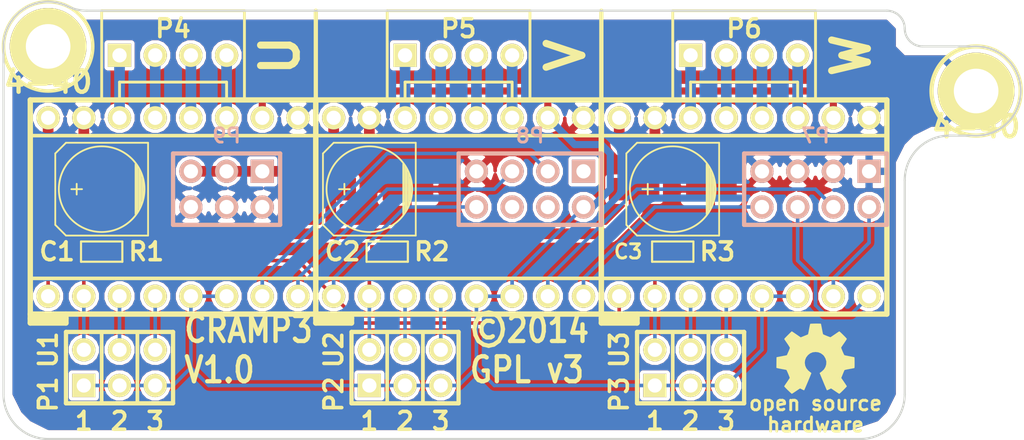
<source format=kicad_pcb>
(kicad_pcb (version 3) (host pcbnew "(2013-07-07 BZR 4022)-stable")
  (layers (15 F.Cu signal) (0 B.Cu signal) (18 B.Paste user) (19 F.Paste user) (20 B.SilkS user) (21 F.SilkS user) (22 B.Mask user) (23 F.Mask user) (28 Edge.Cuts user))
  (net 0 "")
  (net 1 +3.3V)
  (net 2 +V_MOTOR)
  (net 3 /U1A)
  (net 4 /U1B)
  (net 5 /U2A)
  (net 6 /U2B)
  (net 7 /V1A)
  (net 8 /V1B)
  (net 9 /V2A)
  (net 10 /V2B)
  (net 11 /W1A)
  (net 12 /W1B)
  (net 13 /W2A)
  (net 14 /W2B)
  (net 15 DIR_U)
  (net 16 DIR_V)
  (net 17 DIR_W)
  (net 18 ENAn)
  (net 19 GND)
  (net 20 N-0000024)
  (net 21 N-0000025)
  (net 22 N-0000027)
  (net 23 N-0000028)
  (net 24 N-0000030)
  (net 25 N-0000031)
  (net 26 N-0000034)
  (net 27 N-0000035)
  (net 28 N-0000040)
  (net 29 STEP_U)
  (net 30 STEP_V)
  (net 31 STEP_W)
  (module RESC1608x55N (layer F.Cu) (at 121.92 74.295)
    (fp_text reference R3 (at 3.175 0) (layer F.SilkS) (effects (font (size 1.27 1.27) (thickness 0.254))))
    (fp_text value 100k hide)
    (pad 1 smd rect (at -0.82 0) (size 0.79 0.93) (layers F.Cu F.Paste F.Mask) (net 28 N-0000040))
    (pad 2 smd rect (at 0.82 0) (size 0.79 0.93) (layers F.Cu F.Paste F.Mask) (net 19 GND))
  )
  (module RESC1608x55N (layer F.Cu) (at 101.6 74.295)
    (fp_text reference R2 (at 3.175 0) (layer F.SilkS) (effects (font (size 1.27 1.27) (thickness 0.254))))
    (fp_text value 100k hide)
    (pad 1 smd rect (at -0.82 0) (size 0.79 0.93) (layers F.Cu F.Paste F.Mask) (net 26 N-0000034))
    (pad 2 smd rect (at 0.82 0) (size 0.79 0.93) (layers F.Cu F.Paste F.Mask) (net 19 GND))
  )
  (module RESC1608x55N (layer F.Cu) (at 81.28 74.295)
    (fp_text reference R1 (at 3.175 0) (layer F.SilkS) (effects (font (size 1.27 1.27) (thickness 0.254))))
    (fp_text value 100k hide)
    (pad 1 smd rect (at -0.82 0) (size 0.79 0.93) (layers F.Cu F.Paste F.Mask) (net 27 N-0000035))
    (pad 2 smd rect (at 0.82 0) (size 0.79 0.93) (layers F.Cu F.Paste F.Mask) (net 19 GND))
  )
  (module Pololu_Socket (layer F.Cu) (at 77.47 64.77)
    (fp_text reference P11 hide)
    (fp_text value POLOLU_SOCKET hide)
  )
  (module Pololu_Socket (layer F.Cu) (at 77.47 77.47)
    (fp_text reference P10 hide)
    (fp_text value POLOLU_SOCKET hide)
  )
  (module POLOLU (layer F.Cu) (at 127 77.47)
    (fp_text reference U3 (at -8.89 3.81 90) (layer F.SilkS) (effects (font (size 1.27 1.27) (thickness 0.254))))
    (fp_text value Pololu hide)
    (pad 1 thru_hole circle (at -8.89 0) (size 1.651 1.651) (drill 1.016) (layers *.Cu *.Mask F.SilkS) (net 18 ENAn))
    (pad 2 thru_hole circle (at -6.35 0) (size 1.651 1.651) (drill 1.016) (layers *.Cu *.Mask F.SilkS) (net 28 N-0000040))
    (pad 3 thru_hole circle (at -3.81 0) (size 1.651 1.651) (drill 1.016) (layers *.Cu *.Mask F.SilkS) (net 23 N-0000028))
    (pad 4 thru_hole circle (at -1.27 0) (size 1.651 1.651) (drill 1.016) (layers *.Cu *.Mask F.SilkS) (net 22 N-0000027))
    (pad 5 thru_hole circle (at 1.27 0) (size 1.651 1.651) (drill 1.016) (layers *.Cu *.Mask F.SilkS) (net 1 +3.3V))
    (pad 6 thru_hole circle (at 3.81 0) (size 1.651 1.651) (drill 1.016) (layers *.Cu *.Mask F.SilkS) (net 1 +3.3V))
    (pad 7 thru_hole circle (at 6.35 0) (size 1.651 1.651) (drill 1.016) (layers *.Cu *.Mask F.SilkS) (net 31 STEP_W))
    (pad 8 thru_hole circle (at 8.89 0) (size 1.651 1.651) (drill 1.016) (layers *.Cu *.Mask F.SilkS) (net 17 DIR_W))
    (pad 9 thru_hole circle (at 8.89 -12.7) (size 1.651 1.651) (drill 1.016) (layers *.Cu *.Mask F.SilkS) (net 19 GND))
    (pad 10 thru_hole circle (at 6.35 -12.7) (size 1.651 1.651) (drill 1.016) (layers *.Cu *.Mask F.SilkS) (net 1 +3.3V))
    (pad 11 thru_hole circle (at 3.81 -12.7) (size 1.651 1.651) (drill 1.016) (layers *.Cu *.Mask F.SilkS) (net 12 /W1B))
    (pad 12 thru_hole circle (at 1.27 -12.7) (size 1.651 1.651) (drill 1.016) (layers *.Cu *.Mask F.SilkS) (net 11 /W1A))
    (pad 13 thru_hole circle (at -1.27 -12.7) (size 1.651 1.651) (drill 1.016) (layers *.Cu *.Mask F.SilkS) (net 13 /W2A))
    (pad 14 thru_hole circle (at -3.81 -12.7) (size 1.651 1.651) (drill 1.016) (layers *.Cu *.Mask F.SilkS) (net 14 /W2B))
    (pad 15 thru_hole circle (at -6.35 -12.7) (size 1.651 1.651) (drill 1.016) (layers *.Cu *.Mask F.SilkS) (net 19 GND))
    (pad 16 thru_hole circle (at -8.89 -12.7) (size 1.651 1.651) (drill 1.016) (layers *.Cu *.Mask F.SilkS) (net 2 +V_MOTOR))
  )
  (module POLOLU (layer F.Cu) (at 106.68 77.47)
    (fp_text reference U2 (at -8.89 3.81 90) (layer F.SilkS) (effects (font (size 1.27 1.27) (thickness 0.254))))
    (fp_text value Pololu hide)
    (pad 1 thru_hole circle (at -8.89 0) (size 1.651 1.651) (drill 1.016) (layers *.Cu *.Mask F.SilkS) (net 18 ENAn))
    (pad 2 thru_hole circle (at -6.35 0) (size 1.651 1.651) (drill 1.016) (layers *.Cu *.Mask F.SilkS) (net 26 N-0000034))
    (pad 3 thru_hole circle (at -3.81 0) (size 1.651 1.651) (drill 1.016) (layers *.Cu *.Mask F.SilkS) (net 25 N-0000031))
    (pad 4 thru_hole circle (at -1.27 0) (size 1.651 1.651) (drill 1.016) (layers *.Cu *.Mask F.SilkS) (net 24 N-0000030))
    (pad 5 thru_hole circle (at 1.27 0) (size 1.651 1.651) (drill 1.016) (layers *.Cu *.Mask F.SilkS) (net 1 +3.3V))
    (pad 6 thru_hole circle (at 3.81 0) (size 1.651 1.651) (drill 1.016) (layers *.Cu *.Mask F.SilkS) (net 1 +3.3V))
    (pad 7 thru_hole circle (at 6.35 0) (size 1.651 1.651) (drill 1.016) (layers *.Cu *.Mask F.SilkS) (net 30 STEP_V))
    (pad 8 thru_hole circle (at 8.89 0) (size 1.651 1.651) (drill 1.016) (layers *.Cu *.Mask F.SilkS) (net 16 DIR_V))
    (pad 9 thru_hole circle (at 8.89 -12.7) (size 1.651 1.651) (drill 1.016) (layers *.Cu *.Mask F.SilkS) (net 19 GND))
    (pad 10 thru_hole circle (at 6.35 -12.7) (size 1.651 1.651) (drill 1.016) (layers *.Cu *.Mask F.SilkS) (net 1 +3.3V))
    (pad 11 thru_hole circle (at 3.81 -12.7) (size 1.651 1.651) (drill 1.016) (layers *.Cu *.Mask F.SilkS) (net 8 /V1B))
    (pad 12 thru_hole circle (at 1.27 -12.7) (size 1.651 1.651) (drill 1.016) (layers *.Cu *.Mask F.SilkS) (net 7 /V1A))
    (pad 13 thru_hole circle (at -1.27 -12.7) (size 1.651 1.651) (drill 1.016) (layers *.Cu *.Mask F.SilkS) (net 9 /V2A))
    (pad 14 thru_hole circle (at -3.81 -12.7) (size 1.651 1.651) (drill 1.016) (layers *.Cu *.Mask F.SilkS) (net 10 /V2B))
    (pad 15 thru_hole circle (at -6.35 -12.7) (size 1.651 1.651) (drill 1.016) (layers *.Cu *.Mask F.SilkS) (net 19 GND))
    (pad 16 thru_hole circle (at -8.89 -12.7) (size 1.651 1.651) (drill 1.016) (layers *.Cu *.Mask F.SilkS) (net 2 +V_MOTOR))
  )
  (module POLOLU (layer F.Cu) (at 86.36 77.47)
    (fp_text reference U1 (at -8.89 3.81 90) (layer F.SilkS) (effects (font (size 1.27 1.27) (thickness 0.254))))
    (fp_text value Pololu hide)
    (pad 1 thru_hole circle (at -8.89 0) (size 1.651 1.651) (drill 1.016) (layers *.Cu *.Mask F.SilkS) (net 18 ENAn))
    (pad 2 thru_hole circle (at -6.35 0) (size 1.651 1.651) (drill 1.016) (layers *.Cu *.Mask F.SilkS) (net 27 N-0000035))
    (pad 3 thru_hole circle (at -3.81 0) (size 1.651 1.651) (drill 1.016) (layers *.Cu *.Mask F.SilkS) (net 21 N-0000025))
    (pad 4 thru_hole circle (at -1.27 0) (size 1.651 1.651) (drill 1.016) (layers *.Cu *.Mask F.SilkS) (net 20 N-0000024))
    (pad 5 thru_hole circle (at 1.27 0) (size 1.651 1.651) (drill 1.016) (layers *.Cu *.Mask F.SilkS) (net 1 +3.3V))
    (pad 6 thru_hole circle (at 3.81 0) (size 1.651 1.651) (drill 1.016) (layers *.Cu *.Mask F.SilkS) (net 1 +3.3V))
    (pad 7 thru_hole circle (at 6.35 0) (size 1.651 1.651) (drill 1.016) (layers *.Cu *.Mask F.SilkS) (net 29 STEP_U))
    (pad 8 thru_hole circle (at 8.89 0) (size 1.651 1.651) (drill 1.016) (layers *.Cu *.Mask F.SilkS) (net 15 DIR_U))
    (pad 9 thru_hole circle (at 8.89 -12.7) (size 1.651 1.651) (drill 1.016) (layers *.Cu *.Mask F.SilkS) (net 19 GND))
    (pad 10 thru_hole circle (at 6.35 -12.7) (size 1.651 1.651) (drill 1.016) (layers *.Cu *.Mask F.SilkS) (net 1 +3.3V))
    (pad 11 thru_hole circle (at 3.81 -12.7) (size 1.651 1.651) (drill 1.016) (layers *.Cu *.Mask F.SilkS) (net 4 /U1B))
    (pad 12 thru_hole circle (at 1.27 -12.7) (size 1.651 1.651) (drill 1.016) (layers *.Cu *.Mask F.SilkS) (net 3 /U1A))
    (pad 13 thru_hole circle (at -1.27 -12.7) (size 1.651 1.651) (drill 1.016) (layers *.Cu *.Mask F.SilkS) (net 5 /U2A))
    (pad 14 thru_hole circle (at -3.81 -12.7) (size 1.651 1.651) (drill 1.016) (layers *.Cu *.Mask F.SilkS) (net 6 /U2B))
    (pad 15 thru_hole circle (at -6.35 -12.7) (size 1.651 1.651) (drill 1.016) (layers *.Cu *.Mask F.SilkS) (net 19 GND))
    (pad 16 thru_hole circle (at -8.89 -12.7) (size 1.651 1.651) (drill 1.016) (layers *.Cu *.Mask F.SilkS) (net 2 +V_MOTOR))
  )
  (module pin_strip_3x2 (layer F.Cu) (at 123.19 82.55)
    (fp_text reference P3 (at -5.08 1.905 90) (layer F.SilkS) (effects (font (size 1.27 1.27) (thickness 0.254))))
    (fp_text value HEADER_3X2 hide)
    (pad 1 thru_hole rect (at -2.54 1.27) (size 1.651 1.651) (drill 1.016) (layers *.Cu *.Mask F.SilkS) (net 1 +3.3V))
    (pad 2 thru_hole circle (at -2.54 -1.27) (size 1.651 1.651) (drill 1.016) (layers *.Cu *.Mask F.SilkS) (net 28 N-0000040))
    (pad 3 thru_hole circle (at 0 1.27) (size 1.651 1.651) (drill 1.016) (layers *.Cu *.Mask F.SilkS) (net 1 +3.3V))
    (pad 4 thru_hole circle (at 0 -1.27) (size 1.651 1.651) (drill 1.016) (layers *.Cu *.Mask F.SilkS) (net 23 N-0000028))
    (pad 5 thru_hole circle (at 2.54 1.27) (size 1.651 1.651) (drill 1.016) (layers *.Cu *.Mask F.SilkS) (net 1 +3.3V))
    (pad 6 thru_hole circle (at 2.54 -1.27) (size 1.651 1.651) (drill 1.016) (layers *.Cu *.Mask F.SilkS) (net 22 N-0000027))
  )
  (module pin_strip_3x2 (layer F.Cu) (at 102.87 82.55)
    (fp_text reference P2 (at -5.08 1.905 90) (layer F.SilkS) (effects (font (size 1.27 1.27) (thickness 0.254))))
    (fp_text value HEADER_3X2 hide)
    (pad 1 thru_hole rect (at -2.54 1.27) (size 1.651 1.651) (drill 1.016) (layers *.Cu *.Mask F.SilkS) (net 1 +3.3V))
    (pad 2 thru_hole circle (at -2.54 -1.27) (size 1.651 1.651) (drill 1.016) (layers *.Cu *.Mask F.SilkS) (net 26 N-0000034))
    (pad 3 thru_hole circle (at 0 1.27) (size 1.651 1.651) (drill 1.016) (layers *.Cu *.Mask F.SilkS) (net 1 +3.3V))
    (pad 4 thru_hole circle (at 0 -1.27) (size 1.651 1.651) (drill 1.016) (layers *.Cu *.Mask F.SilkS) (net 25 N-0000031))
    (pad 5 thru_hole circle (at 2.54 1.27) (size 1.651 1.651) (drill 1.016) (layers *.Cu *.Mask F.SilkS) (net 1 +3.3V))
    (pad 6 thru_hole circle (at 2.54 -1.27) (size 1.651 1.651) (drill 1.016) (layers *.Cu *.Mask F.SilkS) (net 24 N-0000030))
  )
  (module pin_strip_3x2 (layer F.Cu) (at 82.55 82.55)
    (fp_text reference P1 (at -5.08 1.905 90) (layer F.SilkS) (effects (font (size 1.27 1.27) (thickness 0.254))))
    (fp_text value HEADER_3X2 hide)
    (pad 1 thru_hole rect (at -2.54 1.27) (size 1.651 1.651) (drill 1.016) (layers *.Cu *.Mask F.SilkS) (net 1 +3.3V))
    (pad 2 thru_hole circle (at -2.54 -1.27) (size 1.651 1.651) (drill 1.016) (layers *.Cu *.Mask F.SilkS) (net 27 N-0000035))
    (pad 3 thru_hole circle (at 0 1.27) (size 1.651 1.651) (drill 1.016) (layers *.Cu *.Mask F.SilkS) (net 1 +3.3V))
    (pad 4 thru_hole circle (at 0 -1.27) (size 1.651 1.651) (drill 1.016) (layers *.Cu *.Mask F.SilkS) (net 21 N-0000025))
    (pad 5 thru_hole circle (at 2.54 1.27) (size 1.651 1.651) (drill 1.016) (layers *.Cu *.Mask F.SilkS) (net 1 +3.3V))
    (pad 6 thru_hole circle (at 2.54 -1.27) (size 1.651 1.651) (drill 1.016) (layers *.Cu *.Mask F.SilkS) (net 20 N-0000024))
  )
  (module CONN_KK_2.54_4W (layer F.Cu) (at 127 60.325)
    (fp_text reference P6 (at 0 -1.905) (layer F.SilkS) (effects (font (size 1.27 1.27) (thickness 0.254))))
    (fp_text value KK-2.54-4W hide)
    (pad 1 thru_hole rect (at -3.81 0) (size 1.651 1.651) (drill 1.016) (layers *.Cu *.Mask F.SilkS) (net 14 /W2B))
    (pad 2 thru_hole circle (at -1.27 0) (size 1.651 1.651) (drill 1.016) (layers *.Cu *.Mask F.SilkS) (net 13 /W2A))
    (pad 3 thru_hole circle (at 1.27 0) (size 1.651 1.651) (drill 1.016) (layers *.Cu *.Mask F.SilkS) (net 11 /W1A))
    (pad 4 thru_hole circle (at 3.81 0) (size 1.651 1.651) (drill 1.016) (layers *.Cu *.Mask F.SilkS) (net 12 /W1B))
  )
  (module CONN_KK_2.54_4W (layer F.Cu) (at 106.68 60.325)
    (fp_text reference P5 (at 0 -1.905) (layer F.SilkS) (effects (font (size 1.27 1.27) (thickness 0.254))))
    (fp_text value KK-2.54-4W hide)
    (pad 1 thru_hole rect (at -3.81 0) (size 1.651 1.651) (drill 1.016) (layers *.Cu *.Mask F.SilkS) (net 10 /V2B))
    (pad 2 thru_hole circle (at -1.27 0) (size 1.651 1.651) (drill 1.016) (layers *.Cu *.Mask F.SilkS) (net 9 /V2A))
    (pad 3 thru_hole circle (at 1.27 0) (size 1.651 1.651) (drill 1.016) (layers *.Cu *.Mask F.SilkS) (net 7 /V1A))
    (pad 4 thru_hole circle (at 3.81 0) (size 1.651 1.651) (drill 1.016) (layers *.Cu *.Mask F.SilkS) (net 8 /V1B))
  )
  (module CONN_KK_2.54_4W (layer F.Cu) (at 86.36 60.325)
    (fp_text reference P4 (at 0 -1.905) (layer F.SilkS) (effects (font (size 1.27 1.27) (thickness 0.254))))
    (fp_text value KK-2.54-4W hide)
    (pad 1 thru_hole rect (at -3.81 0) (size 1.651 1.651) (drill 1.016) (layers *.Cu *.Mask F.SilkS) (net 6 /U2B))
    (pad 2 thru_hole circle (at -1.27 0) (size 1.651 1.651) (drill 1.016) (layers *.Cu *.Mask F.SilkS) (net 5 /U2A))
    (pad 3 thru_hole circle (at 1.27 0) (size 1.651 1.651) (drill 1.016) (layers *.Cu *.Mask F.SilkS) (net 3 /U1A))
    (pad 4 thru_hole circle (at 3.81 0) (size 1.651 1.651) (drill 1.016) (layers *.Cu *.Mask F.SilkS) (net 4 /U1B))
  )
  (module c_elec_6.3x7.7 (layer F.Cu) (at 121.92 69.85 180)
    (fp_text reference C3 (at 3.175 -4.445 180) (layer F.SilkS) (effects (font (size 1.016 1.016) (thickness 0.2032))))
    (fp_text value "100u 35V" hide)
    (pad 1 smd rect (at 2.75082 0 180) (size 3.59918 1.6002) (layers F.Cu F.Paste F.Mask) (net 2 +V_MOTOR))
    (pad 2 smd rect (at -2.75082 0 180) (size 3.59918 1.6002) (layers F.Cu F.Paste F.Mask) (net 19 GND))
  )
  (module c_elec_6.3x7.7 (layer F.Cu) (at 100.33 69.85 180)
    (fp_text reference C2 (at 1.905 -4.445 180) (layer F.SilkS) (effects (font (size 1.27 1.27) (thickness 0.254))))
    (fp_text value "100u 35V" hide)
    (pad 1 smd rect (at 2.75082 0 180) (size 3.59918 1.6002) (layers F.Cu F.Paste F.Mask) (net 2 +V_MOTOR))
    (pad 2 smd rect (at -2.75082 0 180) (size 3.59918 1.6002) (layers F.Cu F.Paste F.Mask) (net 19 GND))
  )
  (module c_elec_6.3x7.7 (layer F.Cu) (at 81.28 69.85 180)
    (fp_text reference C1 (at 3.175 -4.445 180) (layer F.SilkS) (effects (font (size 1.27 1.27) (thickness 0.254))))
    (fp_text value "100u 35V" hide)
    (pad 1 smd rect (at 2.75082 0 180) (size 3.59918 1.6002) (layers F.Cu F.Paste F.Mask) (net 2 +V_MOTOR))
    (pad 2 smd rect (at -2.75082 0 180) (size 3.59918 1.6002) (layers F.Cu F.Paste F.Mask) (net 19 GND))
  )
  (module MTH_4-40 (layer F.Cu) (at 77.47 59.69)
    (fp_text reference M1 hide)
    (fp_text value 4-40 (at 0 2.54) (layer F.SilkS) (effects (font (size 1.524 1.524) (thickness 0.3048))))
    (pad 1 thru_hole circle (at 0 0) (size 5.461 5.461) (drill 3.175) (layers *.Cu *.Mask F.SilkS) (net 19 GND))
  )
  (module MTH_4-40 (layer F.Cu) (at 143.51 62.865)
    (fp_text reference M2 hide)
    (fp_text value 4-40 (at 0 2.54) (layer F.SilkS) (effects (font (size 1.524 1.524) (thickness 0.3048))))
    (pad 1 thru_hole circle (at 0 0) (size 5.461 5.461) (drill 3.175) (layers *.Cu *.Mask F.SilkS) (net 19 GND))
  )
  (module Shunt (layer F.Cu) (at 80.01 82.55 90)
    (fp_text reference S1 hide)
    (fp_text value SHUNT hide)
  )
  (module Shunt (layer F.Cu) (at 82.55 82.55 90)
    (fp_text reference S2 hide)
    (fp_text value SHUNT hide)
  )
  (module Shunt (layer F.Cu) (at 85.09 82.55 90)
    (fp_text reference S3 hide)
    (fp_text value SHUNT hide)
  )
  (module Shunt (layer F.Cu) (at 100.33 82.55 90)
    (fp_text reference S4 hide)
    (fp_text value SHUNT hide)
  )
  (module Shunt (layer F.Cu) (at 102.87 82.55 90)
    (fp_text reference S5 hide)
    (fp_text value SHUNT hide)
  )
  (module Shunt (layer F.Cu) (at 105.41 82.55 90)
    (fp_text reference S6 hide)
    (fp_text value SHUNT hide)
  )
  (module Shunt (layer F.Cu) (at 120.65 82.55 90)
    (fp_text reference S7 hide)
    (fp_text value SHUNT hide)
  )
  (module Shunt (layer F.Cu) (at 123.19 82.55 90)
    (fp_text reference S8 hide)
    (fp_text value SHUNT hide)
  )
  (module Shunt (layer F.Cu) (at 125.73 82.55 90)
    (fp_text reference S9 hide)
    (fp_text value SHUNT hide)
  )
  (module Pin_Socket_4x2 (layer B.Cu) (at 132.08 69.85 180)
    (fp_text reference P7 (at 0 3.81 180) (layer B.SilkS) (effects (font (size 1.016 1.016) (thickness 0.2032)) (justify mirror)))
    (fp_text value SOCKET_4X2 hide)
    (pad 1 thru_hole rect (at -3.81 1.27 180) (size 1.651 1.651) (drill 1.016) (layers *.Cu *.Mask B.SilkS) (net 19 GND))
    (pad 2 thru_hole circle (at -3.81 -1.27 180) (size 1.651 1.651) (drill 1.016) (layers *.Cu *.Mask B.SilkS) (net 31 STEP_W))
    (pad 3 thru_hole circle (at -1.27 1.27 180) (size 1.651 1.651) (drill 1.016) (layers *.Cu *.Mask B.SilkS) (net 19 GND))
    (pad 4 thru_hole circle (at -1.27 -1.27 180) (size 1.651 1.651) (drill 1.016) (layers *.Cu *.Mask B.SilkS) (net 30 STEP_V))
    (pad 5 thru_hole circle (at 1.27 1.27 180) (size 1.651 1.651) (drill 1.016) (layers *.Cu *.Mask B.SilkS) (net 19 GND))
    (pad 6 thru_hole circle (at 1.27 -1.27 180) (size 1.651 1.651) (drill 1.016) (layers *.Cu *.Mask B.SilkS) (net 17 DIR_W))
    (pad 7 thru_hole circle (at 3.81 1.27 180) (size 1.651 1.651) (drill 1.016) (layers *.Cu *.Mask B.SilkS) (net 19 GND))
    (pad 8 thru_hole circle (at 3.81 -1.27 180) (size 1.651 1.651) (drill 1.016) (layers *.Cu *.Mask B.SilkS) (net 16 DIR_V))
  )
  (module Pin_Socket_4x2 (layer B.Cu) (at 111.76 69.85 180)
    (fp_text reference P8 (at 0 3.81 180) (layer B.SilkS) (effects (font (size 1.016 1.016) (thickness 0.2032)) (justify mirror)))
    (fp_text value SOCKET_4X2 hide)
    (pad 1 thru_hole rect (at -3.81 1.27 180) (size 1.651 1.651) (drill 1.016) (layers *.Cu *.Mask B.SilkS))
    (pad 2 thru_hole circle (at -3.81 -1.27 180) (size 1.651 1.651) (drill 1.016) (layers *.Cu *.Mask B.SilkS) (net 1 +3.3V))
    (pad 3 thru_hole circle (at -1.27 1.27 180) (size 1.651 1.651) (drill 1.016) (layers *.Cu *.Mask B.SilkS) (net 29 STEP_U))
    (pad 4 thru_hole circle (at -1.27 -1.27 180) (size 1.651 1.651) (drill 1.016) (layers *.Cu *.Mask B.SilkS))
    (pad 5 thru_hole circle (at 1.27 1.27 180) (size 1.651 1.651) (drill 1.016) (layers *.Cu *.Mask B.SilkS) (net 15 DIR_U))
    (pad 6 thru_hole circle (at 1.27 -1.27 180) (size 1.651 1.651) (drill 1.016) (layers *.Cu *.Mask B.SilkS))
    (pad 7 thru_hole circle (at 3.81 1.27 180) (size 1.651 1.651) (drill 1.016) (layers *.Cu *.Mask B.SilkS) (net 19 GND))
    (pad 8 thru_hole circle (at 3.81 -1.27 180) (size 1.651 1.651) (drill 1.016) (layers *.Cu *.Mask B.SilkS) (net 18 ENAn))
  )
  (module Pin_Socket_3x2 (layer B.Cu) (at 90.17 69.85 180)
    (fp_text reference P9 (at 0 3.81 180) (layer B.SilkS) (effects (font (size 1.016 1.016) (thickness 0.2032)) (justify mirror)))
    (fp_text value SOCKET_3X2 hide)
    (pad 1 thru_hole rect (at -2.54 1.27 180) (size 1.651 1.651) (drill 1.016) (layers *.Cu *.Mask B.SilkS) (net 2 +V_MOTOR))
    (pad 2 thru_hole circle (at -2.54 -1.27 180) (size 1.651 1.651) (drill 1.016) (layers *.Cu *.Mask B.SilkS) (net 19 GND))
    (pad 3 thru_hole circle (at 0 1.27 180) (size 1.651 1.651) (drill 1.016) (layers *.Cu *.Mask B.SilkS) (net 2 +V_MOTOR))
    (pad 4 thru_hole circle (at 0 -1.27 180) (size 1.651 1.651) (drill 1.016) (layers *.Cu *.Mask B.SilkS) (net 19 GND))
    (pad 5 thru_hole circle (at 2.54 1.27 180) (size 1.651 1.651) (drill 1.016) (layers *.Cu *.Mask B.SilkS) (net 2 +V_MOTOR))
    (pad 6 thru_hole circle (at 2.54 -1.27 180) (size 1.651 1.651) (drill 1.016) (layers *.Cu *.Mask B.SilkS) (net 19 GND))
  )
  (module OSHW_Logo_5 (layer F.Cu) (at 132.08 81.915)
    (fp_text reference Logo hide)
    (fp_text value OSHW_LOGO hide)
    (fp_text user hardware (at 0 4.699) (layer F.SilkS) (effects (font (size 1.016 1.016) (thickness 0.2032))))
    (fp_text user "open source" (at 0 3.175) (layer F.SilkS) (effects (font (size 1.016 1.016) (thickness 0.2032))))
  )
  (gr_text W (at 134.62 60.325 90) (layer F.SilkS) (effects (font (size 2.54 2.54) (thickness 0.508))))
  (gr_text V (at 114.3 60.325 90) (layer F.SilkS) (effects (font (size 2.54 2.54) (thickness 0.508))))
  (gr_text U (at 93.98 60.325 90) (layer F.SilkS) (effects (font (size 2.54 2.54) (thickness 0.508))))
  (gr_line (start 116.84 63.5) (end 116.84 57.15) (angle 90) (layer F.SilkS) (width 0.3048))
  (gr_line (start 96.52 63.5) (end 96.52 57.15) (angle 90) (layer F.SilkS) (width 0.3048))
  (gr_text 1 (at 120.65 86.36) (layer F.SilkS) (effects (font (size 1.27 1.27) (thickness 0.254))))
  (gr_text 2 (at 123.19 86.36) (layer F.SilkS) (effects (font (size 1.27 1.27) (thickness 0.254))))
  (gr_text 3 (at 125.73 86.36) (layer F.SilkS) (effects (font (size 1.27 1.27) (thickness 0.254))))
  (gr_text 1 (at 80.01 86.36) (layer F.SilkS) (effects (font (size 1.27 1.27) (thickness 0.254))))
  (gr_text 2 (at 82.55 86.36) (layer F.SilkS) (effects (font (size 1.27 1.27) (thickness 0.254))))
  (gr_text 3 (at 85.09 86.36) (layer F.SilkS) (effects (font (size 1.27 1.27) (thickness 0.254))))
  (gr_text 3 (at 105.41 86.36) (layer F.SilkS) (effects (font (size 1.27 1.27) (thickness 0.254))))
  (gr_text 2 (at 102.87 86.36) (layer F.SilkS) (effects (font (size 1.27 1.27) (thickness 0.254))))
  (gr_text 1 (at 100.33 86.36) (layer F.SilkS) (effects (font (size 1.27 1.27) (thickness 0.254))))
  (gr_text "©2014\nGPL v3" (at 107.315 81.28) (layer F.SilkS) (effects (font (size 1.778 1.524) (thickness 0.3048)) (justify left)))
  (gr_text "CRAMP3\nV1.0" (at 86.995 81.28) (layer F.SilkS) (effects (font (size 1.778 1.524) (thickness 0.3048)) (justify left)))
  (gr_arc (start 80.2379 53.975) (end 80.2379 57.15) (angle 25.8) (layer Edge.Cuts) (width 0.1524))
  (gr_arc (start 77.47 59.69) (end 77.47 56.515) (angle 25.8) (layer Edge.Cuts) (width 0.1524))
  (gr_line (start 137.16 57.15) (end 80.2379 57.15) (angle 90) (layer Edge.Cuts) (width 0.1524))
  (gr_line (start 139.7 59.69) (end 143.51 59.69) (angle 90) (layer Edge.Cuts) (width 0.1524))
  (gr_line (start 138.43 84.455) (end 138.43 69.215) (angle 90) (layer Edge.Cuts) (width 0.1524))
  (gr_line (start 135.255 87.63) (end 77.47 87.63) (angle 90) (layer Edge.Cuts) (width 0.1524))
  (gr_line (start 74.295 84.455) (end 74.295 59.69) (angle 90) (layer Edge.Cuts) (width 0.1524))
  (gr_arc (start 77.47 84.455) (end 77.47 87.63) (angle 90) (layer Edge.Cuts) (width 0.1524))
  (gr_arc (start 135.255 84.455) (end 138.43 84.455) (angle 90) (layer Edge.Cuts) (width 0.1524))
  (gr_arc (start 139.7 58.42) (end 139.7 59.69) (angle 90) (layer Edge.Cuts) (width 0.1524))
  (gr_arc (start 137.16 58.42) (end 137.16 57.15) (angle 90) (layer Edge.Cuts) (width 0.1524))
  (gr_line (start 141.605 66.04) (end 143.51 66.04) (angle 90) (layer Edge.Cuts) (width 0.1524))
  (gr_arc (start 141.605 69.215) (end 138.43 69.215) (angle 90) (layer Edge.Cuts) (width 0.1524))
  (gr_arc (start 143.51 62.865) (end 143.51 59.69) (angle 180) (layer Edge.Cuts) (width 0.1524))
  (gr_arc (start 77.47 59.69) (end 74.295 59.69) (angle 90) (layer Edge.Cuts) (width 0.1524))
  (gr_circle (center 143.51 62.865) (end 140.335 62.865) (layer F.SilkS) (width 0.3048))
  (segment (start 113.03 64.77) (end 114.935 66.675) (width 0.508) (layer B.Cu) (net 1))
  (segment (start 116.205 71.12) (end 115.57 71.12) (width 0.508) (layer B.Cu) (net 1))
  (segment (start 117.475 69.85) (end 116.205 71.12) (width 0.508) (layer B.Cu) (net 1))
  (segment (start 117.475 67.31) (end 117.475 69.85) (width 0.508) (layer B.Cu) (net 1))
  (segment (start 116.84 66.675) (end 117.475 67.31) (width 0.508) (layer B.Cu) (net 1))
  (segment (start 114.935 66.675) (end 116.84 66.675) (width 0.508) (layer B.Cu) (net 1))
  (segment (start 100.33 83.82) (end 88.9 83.82) (width 0.254) (layer B.Cu) (net 1))
  (segment (start 88.9 83.82) (end 87.63 82.55) (width 0.254) (layer B.Cu) (net 1))
  (segment (start 120.65 83.82) (end 109.22 83.82) (width 0.254) (layer B.Cu) (net 1))
  (segment (start 109.22 83.82) (end 107.95 82.55) (width 0.254) (layer B.Cu) (net 1))
  (segment (start 86.36 83.82) (end 85.09 83.82) (width 0.254) (layer B.Cu) (net 1))
  (segment (start 125.73 83.82) (end 123.19 83.82) (width 0.254) (layer B.Cu) (net 1))
  (segment (start 128.27 77.47) (end 128.27 81.28) (width 0.254) (layer B.Cu) (net 1))
  (segment (start 128.27 81.28) (end 125.73 83.82) (width 0.254) (layer B.Cu) (net 1))
  (segment (start 113.03 62.865) (end 132.715 62.865) (width 0.508) (layer F.Cu) (net 1))
  (segment (start 133.35 63.5) (end 133.35 64.77) (width 0.508) (layer F.Cu) (net 1))
  (segment (start 132.715 62.865) (end 133.35 63.5) (width 0.508) (layer F.Cu) (net 1))
  (segment (start 92.71 64.77) (end 92.71 63.5) (width 0.508) (layer F.Cu) (net 1))
  (segment (start 113.03 62.865) (end 113.03 64.77) (width 0.508) (layer F.Cu) (net 1))
  (segment (start 93.345 62.865) (end 113.03 62.865) (width 0.508) (layer F.Cu) (net 1))
  (segment (start 92.71 63.5) (end 93.345 62.865) (width 0.508) (layer F.Cu) (net 1))
  (segment (start 130.81 77.47) (end 128.27 77.47) (width 0.254) (layer B.Cu) (net 1))
  (segment (start 90.17 77.47) (end 87.63 77.47) (width 0.254) (layer B.Cu) (net 1))
  (segment (start 115.57 71.12) (end 110.49 76.2) (width 0.254) (layer B.Cu) (net 1))
  (segment (start 110.49 76.2) (end 110.49 77.47) (width 0.254) (layer B.Cu) (net 1))
  (segment (start 110.49 77.47) (end 107.95 77.47) (width 0.254) (layer B.Cu) (net 1))
  (segment (start 123.19 83.82) (end 120.65 83.82) (width 0.254) (layer B.Cu) (net 1))
  (segment (start 105.41 83.82) (end 102.87 83.82) (width 0.254) (layer B.Cu) (net 1))
  (segment (start 102.87 83.82) (end 100.33 83.82) (width 0.254) (layer B.Cu) (net 1))
  (segment (start 107.95 77.47) (end 107.95 82.55) (width 0.254) (layer B.Cu) (net 1))
  (segment (start 107.95 82.55) (end 106.68 83.82) (width 0.254) (layer B.Cu) (net 1))
  (segment (start 106.68 83.82) (end 105.41 83.82) (width 0.254) (layer B.Cu) (net 1))
  (segment (start 87.63 77.47) (end 87.63 82.55) (width 0.254) (layer B.Cu) (net 1))
  (segment (start 86.36 83.82) (end 82.55 83.82) (width 0.254) (layer B.Cu) (net 1))
  (segment (start 87.63 82.55) (end 86.36 83.82) (width 0.254) (layer B.Cu) (net 1))
  (segment (start 82.55 83.82) (end 80.01 83.82) (width 0.254) (layer B.Cu) (net 1))
  (segment (start 97.57918 69.85) (end 97.57918 73.025) (width 0.762) (layer F.Cu) (net 2))
  (segment (start 97.57918 73.025) (end 97.79 73.025) (width 0.762) (layer F.Cu) (net 2))
  (segment (start 97.57918 69.85) (end 95.25 69.85) (width 0.762) (layer F.Cu) (net 2))
  (segment (start 95.25 69.85) (end 93.98 68.58) (width 0.762) (layer F.Cu) (net 2))
  (segment (start 80.645 72.39) (end 85.09 72.39) (width 0.762) (layer F.Cu) (net 2))
  (segment (start 78.52918 71.54418) (end 79.375 72.39) (width 0.762) (layer F.Cu) (net 2))
  (segment (start 79.375 72.39) (end 80.645 72.39) (width 0.762) (layer F.Cu) (net 2))
  (segment (start 78.52918 69.85) (end 78.52918 71.54418) (width 0.762) (layer F.Cu) (net 2))
  (segment (start 85.09 72.39) (end 85.725 73.025) (width 0.762) (layer F.Cu) (net 2))
  (segment (start 85.725 73.025) (end 97.79 73.025) (width 0.762) (layer F.Cu) (net 2))
  (segment (start 97.79 73.025) (end 104.775 73.025) (width 0.762) (layer F.Cu) (net 2))
  (segment (start 117.475 73.025) (end 104.775 73.025) (width 0.762) (layer F.Cu) (net 2))
  (segment (start 119.16918 71.33082) (end 119.16918 69.85) (width 0.762) (layer F.Cu) (net 2))
  (segment (start 119.16918 71.33082) (end 117.475 73.025) (width 0.762) (layer F.Cu) (net 2))
  (segment (start 119.16918 69.85) (end 119.16918 67.73418) (width 0.762) (layer F.Cu) (net 2))
  (segment (start 119.16918 67.73418) (end 118.11 66.675) (width 0.762) (layer F.Cu) (net 2))
  (segment (start 118.11 66.675) (end 118.11 64.77) (width 0.762) (layer F.Cu) (net 2))
  (segment (start 97.57918 69.85) (end 97.57918 66.88582) (width 0.762) (layer F.Cu) (net 2))
  (segment (start 97.79 66.675) (end 97.79 64.77) (width 0.762) (layer F.Cu) (net 2))
  (segment (start 97.57918 66.88582) (end 97.79 66.675) (width 0.762) (layer F.Cu) (net 2))
  (segment (start 78.52918 69.85) (end 78.52918 67.73418) (width 0.762) (layer F.Cu) (net 2))
  (segment (start 77.47 66.675) (end 77.47 64.77) (width 0.762) (layer F.Cu) (net 2))
  (segment (start 78.52918 67.73418) (end 77.47 66.675) (width 0.762) (layer F.Cu) (net 2))
  (segment (start 93.98 68.58) (end 92.71 68.58) (width 0.762) (layer F.Cu) (net 2))
  (segment (start 87.63 68.58) (end 90.17 68.58) (width 0.762) (layer F.Cu) (net 2))
  (segment (start 90.17 68.58) (end 92.71 68.58) (width 0.762) (layer F.Cu) (net 2))
  (segment (start 87.63 64.77) (end 87.63 60.325) (width 0.762) (layer B.Cu) (net 3))
  (segment (start 90.17 64.77) (end 90.17 60.325) (width 0.762) (layer B.Cu) (net 4))
  (segment (start 85.09 64.77) (end 85.09 60.325) (width 0.762) (layer B.Cu) (net 5))
  (segment (start 82.55 64.77) (end 82.55 60.325) (width 0.762) (layer B.Cu) (net 6))
  (segment (start 107.95 64.77) (end 107.95 60.325) (width 0.762) (layer B.Cu) (net 7))
  (segment (start 110.49 64.77) (end 110.49 60.325) (width 0.762) (layer B.Cu) (net 8))
  (segment (start 105.41 64.77) (end 105.41 60.325) (width 0.762) (layer B.Cu) (net 9))
  (segment (start 102.87 64.77) (end 102.87 60.325) (width 0.762) (layer B.Cu) (net 10))
  (segment (start 128.27 64.77) (end 128.27 60.325) (width 0.762) (layer B.Cu) (net 11))
  (segment (start 130.81 64.77) (end 130.81 60.325) (width 0.762) (layer B.Cu) (net 12))
  (segment (start 125.73 64.77) (end 125.73 60.325) (width 0.762) (layer B.Cu) (net 13))
  (segment (start 123.19 64.77) (end 123.19 60.325) (width 0.762) (layer B.Cu) (net 14))
  (segment (start 110.49 68.58) (end 109.22 69.85) (width 0.254) (layer B.Cu) (net 15))
  (segment (start 95.25 76.2) (end 95.25 77.47) (width 0.254) (layer B.Cu) (net 15))
  (segment (start 101.6 69.85) (end 95.25 76.2) (width 0.254) (layer B.Cu) (net 15))
  (segment (start 109.22 69.85) (end 101.6 69.85) (width 0.254) (layer B.Cu) (net 15))
  (segment (start 115.57 76.2) (end 115.57 77.47) (width 0.254) (layer B.Cu) (net 16))
  (segment (start 128.27 71.12) (end 120.65 71.12) (width 0.254) (layer B.Cu) (net 16))
  (segment (start 120.65 71.12) (end 115.57 76.2) (width 0.254) (layer B.Cu) (net 16))
  (segment (start 135.89 77.47) (end 134.62 78.74) (width 0.254) (layer B.Cu) (net 17))
  (segment (start 132.715 78.74) (end 132.08 78.105) (width 0.254) (layer B.Cu) (net 17))
  (segment (start 134.62 78.74) (end 132.715 78.74) (width 0.254) (layer B.Cu) (net 17))
  (segment (start 132.08 76.2) (end 132.08 78.105) (width 0.254) (layer B.Cu) (net 17))
  (segment (start 130.81 71.12) (end 130.81 74.93) (width 0.254) (layer B.Cu) (net 17))
  (segment (start 130.81 74.93) (end 132.08 76.2) (width 0.254) (layer B.Cu) (net 17))
  (segment (start 95.25 74.93) (end 85.09 74.93) (width 0.254) (layer F.Cu) (net 18))
  (segment (start 83.439 73.279) (end 79.248 73.279) (width 0.254) (layer F.Cu) (net 18))
  (segment (start 85.09 74.93) (end 83.439 73.279) (width 0.254) (layer F.Cu) (net 18))
  (segment (start 118.11 77.47) (end 118.11 78.74) (width 0.254) (layer F.Cu) (net 18))
  (segment (start 99.695 79.375) (end 97.79 77.47) (width 0.254) (layer F.Cu) (net 18))
  (segment (start 117.475 79.375) (end 99.695 79.375) (width 0.254) (layer F.Cu) (net 18))
  (segment (start 118.11 78.74) (end 117.475 79.375) (width 0.254) (layer F.Cu) (net 18))
  (segment (start 77.47 77.47) (end 77.47 74.295) (width 0.254) (layer F.Cu) (net 18))
  (segment (start 78.486 73.279) (end 79.248 73.279) (width 0.254) (layer F.Cu) (net 18))
  (segment (start 77.47 74.295) (end 78.486 73.279) (width 0.254) (layer F.Cu) (net 18))
  (segment (start 95.25 74.93) (end 97.79 77.47) (width 0.254) (layer F.Cu) (net 18))
  (segment (start 97.79 76.2) (end 97.79 77.47) (width 0.254) (layer B.Cu) (net 18))
  (segment (start 107.95 71.12) (end 102.87 71.12) (width 0.254) (layer B.Cu) (net 18))
  (segment (start 102.87 71.12) (end 97.79 76.2) (width 0.254) (layer B.Cu) (net 18))
  (segment (start 84.03082 69.85) (end 84.03082 68.15582) (width 0.762) (layer F.Cu) (net 19))
  (segment (start 80.01 66.04) (end 80.01 64.77) (width 0.762) (layer F.Cu) (net 19))
  (segment (start 81.28 67.31) (end 80.01 66.04) (width 0.762) (layer F.Cu) (net 19))
  (segment (start 83.185 67.31) (end 81.28 67.31) (width 0.762) (layer F.Cu) (net 19))
  (segment (start 84.03082 68.15582) (end 83.185 67.31) (width 0.762) (layer F.Cu) (net 19))
  (segment (start 102.235 67.31) (end 101.6 67.31) (width 0.762) (layer F.Cu) (net 19))
  (segment (start 103.08082 68.15582) (end 102.235 67.31) (width 0.762) (layer F.Cu) (net 19))
  (segment (start 103.08082 69.85) (end 103.08082 68.15582) (width 0.762) (layer F.Cu) (net 19))
  (segment (start 100.33 66.04) (end 100.33 64.77) (width 0.762) (layer F.Cu) (net 19))
  (segment (start 101.6 67.31) (end 100.33 66.04) (width 0.762) (layer F.Cu) (net 19))
  (segment (start 124.67082 69.85) (end 124.67082 68.15582) (width 0.762) (layer F.Cu) (net 19))
  (segment (start 120.65 66.04) (end 120.65 64.77) (width 0.762) (layer F.Cu) (net 19))
  (segment (start 121.92 67.31) (end 120.65 66.04) (width 0.762) (layer F.Cu) (net 19))
  (segment (start 123.825 67.31) (end 121.92 67.31) (width 0.762) (layer F.Cu) (net 19))
  (segment (start 124.67082 68.15582) (end 123.825 67.31) (width 0.762) (layer F.Cu) (net 19))
  (segment (start 85.09 81.28) (end 85.09 77.47) (width 0.254) (layer B.Cu) (net 20))
  (segment (start 82.55 81.28) (end 82.55 77.47) (width 0.254) (layer B.Cu) (net 21))
  (segment (start 125.73 81.28) (end 125.73 77.47) (width 0.254) (layer B.Cu) (net 22))
  (segment (start 123.19 81.28) (end 123.19 77.47) (width 0.254) (layer B.Cu) (net 23))
  (segment (start 105.41 81.28) (end 105.41 77.47) (width 0.254) (layer B.Cu) (net 24))
  (segment (start 102.87 81.28) (end 102.87 77.47) (width 0.254) (layer B.Cu) (net 25))
  (segment (start 100.78 74.295) (end 100.78 75.75) (width 0.254) (layer F.Cu) (net 26))
  (segment (start 100.33 76.2) (end 100.33 77.47) (width 0.254) (layer F.Cu) (net 26))
  (segment (start 100.78 75.75) (end 100.33 76.2) (width 0.254) (layer F.Cu) (net 26))
  (segment (start 100.33 81.28) (end 100.33 77.47) (width 0.254) (layer B.Cu) (net 26))
  (segment (start 80.46 74.295) (end 80.46 75.75) (width 0.254) (layer F.Cu) (net 27))
  (segment (start 80.01 76.2) (end 80.01 77.47) (width 0.254) (layer F.Cu) (net 27))
  (segment (start 80.46 75.75) (end 80.01 76.2) (width 0.254) (layer F.Cu) (net 27))
  (segment (start 80.01 81.28) (end 80.01 77.47) (width 0.254) (layer B.Cu) (net 27))
  (segment (start 121.1 74.295) (end 121.1 75.75) (width 0.254) (layer F.Cu) (net 28))
  (segment (start 120.65 76.2) (end 120.65 77.47) (width 0.254) (layer F.Cu) (net 28))
  (segment (start 121.1 75.75) (end 120.65 76.2) (width 0.254) (layer F.Cu) (net 28))
  (segment (start 120.65 81.28) (end 120.65 77.47) (width 0.254) (layer B.Cu) (net 28))
  (segment (start 113.03 68.58) (end 111.76 67.31) (width 0.254) (layer B.Cu) (net 29))
  (segment (start 92.71 76.2) (end 92.71 77.47) (width 0.254) (layer B.Cu) (net 29))
  (segment (start 101.6 67.31) (end 92.71 76.2) (width 0.254) (layer B.Cu) (net 29))
  (segment (start 111.76 67.31) (end 101.6 67.31) (width 0.254) (layer B.Cu) (net 29))
  (segment (start 133.35 71.12) (end 132.08 69.85) (width 0.254) (layer B.Cu) (net 30))
  (segment (start 132.08 69.85) (end 119.38 69.85) (width 0.254) (layer B.Cu) (net 30))
  (segment (start 113.03 76.2) (end 113.03 77.47) (width 0.254) (layer B.Cu) (net 30))
  (segment (start 119.38 69.85) (end 113.03 76.2) (width 0.254) (layer B.Cu) (net 30))
  (segment (start 135.89 71.12) (end 135.89 73.66) (width 0.254) (layer B.Cu) (net 31))
  (segment (start 135.89 73.66) (end 133.35 76.2) (width 0.254) (layer B.Cu) (net 31))
  (segment (start 133.35 76.2) (end 133.35 77.47) (width 0.254) (layer B.Cu) (net 31))
  (zone (net 19) (net_name GND) (layer F.Cu) (connect_pads (clearance 0.254)) (min_thickness 0.254) (fill (arc_segments 16) (thermal_gap 0.381) (thermal_bridge_width 0.508))
    (polygon (pts (xy 88.9 86.995) (xy 77.47 86.995) (xy 76.2 86.36) (xy 75.565 85.725) (xy 74.93 84.455) (xy 74.93 59.69) (xy 76.835 57.785) (xy 137.16 57.785) (xy 137.795 58.42) (xy 137.795 59.055) (xy 137.795 59.69) (xy 138.43 60.325) (xy 143.51 60.325) (xy 146.05 62.865) (xy 143.51 65.405) (xy 140.335 65.405) (xy 139.065 66.04) (xy 138.43 66.675) (xy 137.795 67.945) (xy 137.795 84.455) (xy 137.16 85.725) (xy 136.525 86.36) (xy 134.62 86.995) (xy 127.635 86.995)))
  )
  (zone (net 19) (net_name GND) (layer B.Cu) (connect_pads (clearance 0.254)) (min_thickness 0.254) (fill (arc_segments 16) (thermal_gap 0.381) (thermal_bridge_width 0.508))
    (polygon (pts (xy 88.9 86.995) (xy 77.47 86.995) (xy 76.2 86.36) (xy 75.565 85.725) (xy 74.93 84.455) (xy 74.93 59.69) (xy 76.835 57.785) (xy 137.16 57.785) (xy 137.795 58.42) (xy 137.795 59.055) (xy 137.795 59.69) (xy 138.43 60.325) (xy 143.51 60.325) (xy 146.05 62.865) (xy 143.51 65.405) (xy 140.335 65.405) (xy 139.065 66.04) (xy 138.43 66.675) (xy 137.795 67.945) (xy 137.795 84.455) (xy 137.16 85.725) (xy 136.525 86.36) (xy 134.62 86.995) (xy 127.635 86.995)))
  )
)
</source>
